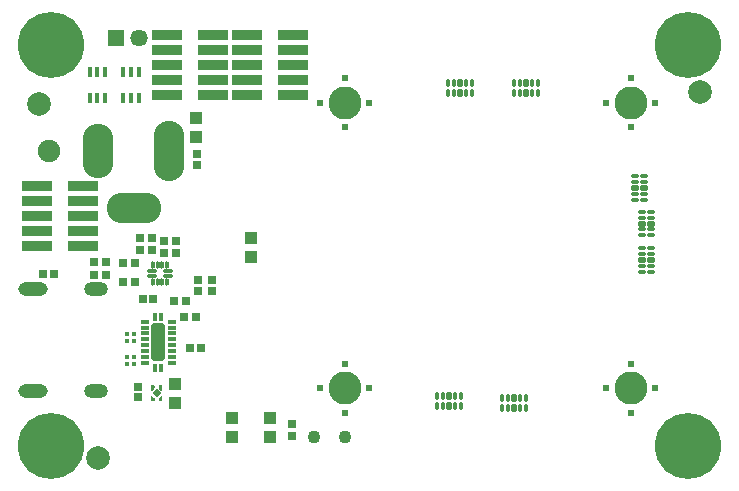
<source format=gbs>
G04*
G04 #@! TF.GenerationSoftware,Altium Limited,Altium Designer,20.0.13 (296)*
G04*
G04 Layer_Color=16711935*
%FSLAX44Y44*%
%MOMM*%
G71*
G01*
G75*
%ADD33C,1.1016*%
%ADD34R,1.1016X1.0016*%
%ADD39R,0.6516X0.7516*%
%ADD44C,2.0000*%
%ADD47C,1.4696*%
%ADD48R,1.4696X1.4696*%
%ADD50C,5.6016*%
%ADD51O,2.0000X1.2000*%
%ADD52O,2.5000X1.2000*%
%ADD53C,1.9016*%
%ADD54O,2.6000X4.6000*%
%ADD55O,2.6000X5.1000*%
%ADD56O,4.6000X2.6000*%
%ADD57C,0.6096*%
%ADD96R,0.1500X0.1500*%
%ADD97R,0.1500X0.1500*%
%ADD103R,0.4516X0.9516*%
%ADD104R,0.7216X0.7216*%
G04:AMPARAMS|DCode=105|XSize=0.34mm|YSize=0.705mm|CornerRadius=0.12mm|HoleSize=0mm|Usage=FLASHONLY|Rotation=270.000|XOffset=0mm|YOffset=0mm|HoleType=Round|Shape=RoundedRectangle|*
%AMROUNDEDRECTD105*
21,1,0.3400,0.4650,0,0,270.0*
21,1,0.1000,0.7050,0,0,270.0*
1,1,0.2400,-0.2325,-0.0500*
1,1,0.2400,-0.2325,0.0500*
1,1,0.2400,0.2325,0.0500*
1,1,0.2400,0.2325,-0.0500*
%
%ADD105ROUNDEDRECTD105*%
G04:AMPARAMS|DCode=106|XSize=0.54mm|YSize=0.705mm|CornerRadius=0.12mm|HoleSize=0mm|Usage=FLASHONLY|Rotation=270.000|XOffset=0mm|YOffset=0mm|HoleType=Round|Shape=RoundedRectangle|*
%AMROUNDEDRECTD106*
21,1,0.5400,0.4650,0,0,270.0*
21,1,0.3000,0.7050,0,0,270.0*
1,1,0.2400,-0.2325,-0.1500*
1,1,0.2400,-0.2325,0.1500*
1,1,0.2400,0.2325,0.1500*
1,1,0.2400,0.2325,-0.1500*
%
%ADD106ROUNDEDRECTD106*%
G04:AMPARAMS|DCode=107|XSize=0.34mm|YSize=0.705mm|CornerRadius=0.12mm|HoleSize=0mm|Usage=FLASHONLY|Rotation=180.000|XOffset=0mm|YOffset=0mm|HoleType=Round|Shape=RoundedRectangle|*
%AMROUNDEDRECTD107*
21,1,0.3400,0.4650,0,0,180.0*
21,1,0.1000,0.7050,0,0,180.0*
1,1,0.2400,-0.0500,0.2325*
1,1,0.2400,0.0500,0.2325*
1,1,0.2400,0.0500,-0.2325*
1,1,0.2400,-0.0500,-0.2325*
%
%ADD107ROUNDEDRECTD107*%
G04:AMPARAMS|DCode=108|XSize=0.54mm|YSize=0.705mm|CornerRadius=0.12mm|HoleSize=0mm|Usage=FLASHONLY|Rotation=180.000|XOffset=0mm|YOffset=0mm|HoleType=Round|Shape=RoundedRectangle|*
%AMROUNDEDRECTD108*
21,1,0.5400,0.4650,0,0,180.0*
21,1,0.3000,0.7050,0,0,180.0*
1,1,0.2400,-0.1500,0.2325*
1,1,0.2400,0.1500,0.2325*
1,1,0.2400,0.1500,-0.2325*
1,1,0.2400,-0.1500,-0.2325*
%
%ADD108ROUNDEDRECTD108*%
%ADD109R,2.5016X0.8616*%
G04:AMPARAMS|DCode=110|XSize=0.3mm|YSize=0.6mm|CornerRadius=0.1mm|HoleSize=0mm|Usage=FLASHONLY|Rotation=0.000|XOffset=0mm|YOffset=0mm|HoleType=Round|Shape=RoundedRectangle|*
%AMROUNDEDRECTD110*
21,1,0.3000,0.4000,0,0,0.0*
21,1,0.1000,0.6000,0,0,0.0*
1,1,0.2000,0.0500,-0.2000*
1,1,0.2000,-0.0500,-0.2000*
1,1,0.2000,-0.0500,0.2000*
1,1,0.2000,0.0500,0.2000*
%
%ADD110ROUNDEDRECTD110*%
G04:AMPARAMS|DCode=111|XSize=0.3mm|YSize=0.8mm|CornerRadius=0.1mm|HoleSize=0mm|Usage=FLASHONLY|Rotation=90.000|XOffset=0mm|YOffset=0mm|HoleType=Round|Shape=RoundedRectangle|*
%AMROUNDEDRECTD111*
21,1,0.3000,0.6000,0,0,90.0*
21,1,0.1000,0.8000,0,0,90.0*
1,1,0.2000,0.3000,0.0500*
1,1,0.2000,0.3000,-0.0500*
1,1,0.2000,-0.3000,-0.0500*
1,1,0.2000,-0.3000,0.0500*
%
%ADD111ROUNDEDRECTD111*%
G04:AMPARAMS|DCode=112|XSize=0.39mm|YSize=0.74mm|CornerRadius=0.095mm|HoleSize=0mm|Usage=FLASHONLY|Rotation=90.000|XOffset=0mm|YOffset=0mm|HoleType=Round|Shape=RoundedRectangle|*
%AMROUNDEDRECTD112*
21,1,0.3900,0.5500,0,0,90.0*
21,1,0.2000,0.7400,0,0,90.0*
1,1,0.1900,0.2750,0.1000*
1,1,0.1900,0.2750,-0.1000*
1,1,0.1900,-0.2750,-0.1000*
1,1,0.1900,-0.2750,0.1000*
%
%ADD112ROUNDEDRECTD112*%
G04:AMPARAMS|DCode=113|XSize=0.39mm|YSize=0.74mm|CornerRadius=0.095mm|HoleSize=0mm|Usage=FLASHONLY|Rotation=180.000|XOffset=0mm|YOffset=0mm|HoleType=Round|Shape=RoundedRectangle|*
%AMROUNDEDRECTD113*
21,1,0.3900,0.5500,0,0,180.0*
21,1,0.2000,0.7400,0,0,180.0*
1,1,0.1900,-0.1000,0.2750*
1,1,0.1900,0.1000,0.2750*
1,1,0.1900,0.1000,-0.2750*
1,1,0.1900,-0.1000,-0.2750*
%
%ADD113ROUNDEDRECTD113*%
G04:AMPARAMS|DCode=114|XSize=1.14mm|YSize=3.14mm|CornerRadius=0.12mm|HoleSize=0mm|Usage=FLASHONLY|Rotation=180.000|XOffset=0mm|YOffset=0mm|HoleType=Round|Shape=RoundedRectangle|*
%AMROUNDEDRECTD114*
21,1,1.1400,2.9000,0,0,180.0*
21,1,0.9000,3.1400,0,0,180.0*
1,1,0.2400,-0.4500,1.4500*
1,1,0.2400,0.4500,1.4500*
1,1,0.2400,0.4500,-1.4500*
1,1,0.2400,-0.4500,-1.4500*
%
%ADD114ROUNDEDRECTD114*%
%ADD115P,0.8202X4X90.0*%
%ADD116R,0.7516X0.6516*%
%ADD117R,0.4616X0.4216*%
%ADD118R,0.7216X0.7216*%
%ADD119C,2.8000*%
G36*
X115789Y72894D02*
X115798Y72893D01*
X115892Y72864D01*
X115979Y72818D01*
X116021Y72783D01*
X116055Y72755D01*
X116055Y72755D01*
X117855Y70955D01*
X117918Y70879D01*
X117964Y70792D01*
X117971Y70770D01*
X117993Y70698D01*
X117998Y70649D01*
X118003Y70600D01*
X118002Y70600D01*
Y68800D01*
X117993Y68702D01*
X117964Y68608D01*
X117918Y68521D01*
X117855Y68445D01*
X117779Y68382D01*
X117692Y68336D01*
X117598Y68307D01*
X117500Y68298D01*
X115400D01*
X115302Y68307D01*
X115208Y68336D01*
X115121Y68382D01*
X115045Y68445D01*
X114982Y68521D01*
X114936Y68608D01*
X114907Y68702D01*
X114898Y68800D01*
Y72400D01*
X114907Y72498D01*
X114936Y72592D01*
X114982Y72679D01*
X115045Y72755D01*
X115121Y72818D01*
X115208Y72864D01*
X115302Y72893D01*
X115400Y72902D01*
X115700D01*
X115700Y72902D01*
X115789Y72894D01*
D02*
G37*
G36*
X123700Y72902D02*
X124000D01*
X124098Y72893D01*
X124192Y72864D01*
X124279Y72818D01*
X124355Y72755D01*
X124418Y72679D01*
X124464Y72592D01*
X124493Y72498D01*
X124502Y72400D01*
Y68800D01*
X124493Y68702D01*
X124464Y68608D01*
X124418Y68521D01*
X124355Y68445D01*
X124279Y68382D01*
X124192Y68336D01*
X124098Y68307D01*
X124000Y68298D01*
X121900D01*
X121802Y68307D01*
X121708Y68336D01*
X121621Y68382D01*
X121545Y68445D01*
X121482Y68521D01*
X121436Y68608D01*
X121407Y68702D01*
X121398Y68800D01*
Y70600D01*
X121398Y70600D01*
X121403Y70649D01*
X121407Y70698D01*
X121429Y70770D01*
X121436Y70792D01*
X121482Y70879D01*
X121545Y70955D01*
X123345Y72755D01*
X123345Y72755D01*
X123379Y72783D01*
X123421Y72818D01*
X123508Y72864D01*
X123602Y72893D01*
X123611Y72894D01*
X123700Y72902D01*
X123700Y72902D01*
D02*
G37*
G36*
X117598Y81493D02*
X117692Y81464D01*
X117779Y81418D01*
X117855Y81355D01*
X117918Y81279D01*
X117964Y81192D01*
X117993Y81098D01*
X118002Y81000D01*
Y79200D01*
X118003Y79200D01*
X117998Y79151D01*
X117993Y79102D01*
X117971Y79030D01*
X117964Y79008D01*
X117918Y78921D01*
X117886Y78883D01*
X117855Y78845D01*
X117855Y78845D01*
X116055Y77045D01*
X116055Y77045D01*
X115979Y76982D01*
X115892Y76936D01*
X115870Y76929D01*
X115798Y76907D01*
X115700Y76898D01*
X115400D01*
X115302Y76907D01*
X115208Y76936D01*
X115121Y76982D01*
X115045Y77045D01*
X114982Y77121D01*
X114936Y77208D01*
X114907Y77302D01*
X114898Y77400D01*
Y81000D01*
X114907Y81098D01*
X114936Y81192D01*
X114982Y81279D01*
X115045Y81355D01*
X115121Y81418D01*
X115208Y81464D01*
X115302Y81493D01*
X115400Y81502D01*
X117500D01*
X117598Y81493D01*
D02*
G37*
G36*
X124098D02*
X124192Y81464D01*
X124279Y81418D01*
X124355Y81355D01*
X124418Y81279D01*
X124464Y81192D01*
X124493Y81098D01*
X124502Y81000D01*
Y77400D01*
X124493Y77302D01*
X124464Y77208D01*
X124418Y77121D01*
X124355Y77045D01*
X124279Y76982D01*
X124192Y76936D01*
X124098Y76907D01*
X124000Y76898D01*
X123700D01*
X123602Y76907D01*
X123530Y76929D01*
X123508Y76936D01*
X123421Y76982D01*
X123345Y77045D01*
X123345Y77045D01*
X121545Y78845D01*
X121545Y78845D01*
X121514Y78883D01*
X121482Y78921D01*
X121436Y79008D01*
X121429Y79030D01*
X121407Y79102D01*
X121402Y79151D01*
X121398Y79200D01*
X121398Y79200D01*
Y81000D01*
X121407Y81098D01*
X121436Y81192D01*
X121482Y81279D01*
X121545Y81355D01*
X121621Y81418D01*
X121708Y81464D01*
X121802Y81493D01*
X121900Y81502D01*
X124000D01*
X124098Y81493D01*
D02*
G37*
D33*
X279071Y37846D02*
D03*
X252730D02*
D03*
D34*
X183326Y37712D02*
D03*
Y53712D02*
D03*
X215326Y37712D02*
D03*
Y53712D02*
D03*
X200000Y206000D02*
D03*
Y190000D02*
D03*
X135000Y83000D02*
D03*
Y67000D02*
D03*
X153000Y307500D02*
D03*
Y291500D02*
D03*
D39*
X67000Y186000D02*
D03*
X77000D02*
D03*
X67000Y175000D02*
D03*
X77000D02*
D03*
X101000Y185000D02*
D03*
X91000D02*
D03*
X101000Y169000D02*
D03*
X91000D02*
D03*
X144501Y153249D02*
D03*
X134501D02*
D03*
X153000Y139000D02*
D03*
X143000D02*
D03*
D44*
X70000Y20000D02*
D03*
X20000Y320000D02*
D03*
X580000Y330000D02*
D03*
D47*
X105000Y375500D02*
D03*
D48*
X85000D02*
D03*
D50*
X570000Y370000D02*
D03*
Y30000D02*
D03*
X30000Y370000D02*
D03*
Y30000D02*
D03*
D51*
X68400Y163200D02*
D03*
Y76800D02*
D03*
D52*
X14800Y163200D02*
D03*
Y76800D02*
D03*
D53*
X28500Y280000D02*
D03*
D54*
X70250Y280000D02*
D03*
D55*
X130250Y280000D02*
D03*
D56*
X100500Y231750D02*
D03*
D57*
X541750Y79000D02*
D03*
X500250D02*
D03*
X521000Y58250D02*
D03*
Y99750D02*
D03*
X299750Y79000D02*
D03*
X258250D02*
D03*
X279000Y58250D02*
D03*
Y99750D02*
D03*
X541750Y321000D02*
D03*
X500250D02*
D03*
X521000Y300250D02*
D03*
Y341750D02*
D03*
X299750Y321000D02*
D03*
X258250D02*
D03*
X279000Y300250D02*
D03*
Y341750D02*
D03*
D96*
X123000Y80000D02*
D03*
D97*
X116400D02*
D03*
X123000Y69800D02*
D03*
X116400D02*
D03*
D103*
X76000Y346802D02*
D03*
X69500D02*
D03*
X63000D02*
D03*
Y324803D02*
D03*
X69500D02*
D03*
X76000D02*
D03*
X104501D02*
D03*
X98001D02*
D03*
X91501D02*
D03*
Y346802D02*
D03*
X98001D02*
D03*
X104501D02*
D03*
D104*
X154000Y268024D02*
D03*
Y277024D02*
D03*
X167000Y161500D02*
D03*
Y170500D02*
D03*
X103700Y71400D02*
D03*
Y80400D02*
D03*
D105*
X530325Y197594D02*
D03*
Y192594D02*
D03*
Y182594D02*
D03*
Y177594D02*
D03*
X538675D02*
D03*
Y182594D02*
D03*
Y192594D02*
D03*
Y197594D02*
D03*
X532675Y258500D02*
D03*
Y253500D02*
D03*
Y243500D02*
D03*
Y238500D02*
D03*
X524325D02*
D03*
Y243500D02*
D03*
Y253500D02*
D03*
Y258500D02*
D03*
X530325Y228500D02*
D03*
Y223500D02*
D03*
Y213500D02*
D03*
Y208500D02*
D03*
X538675D02*
D03*
Y213500D02*
D03*
Y223500D02*
D03*
Y228500D02*
D03*
D106*
X530325Y187594D02*
D03*
X538675D02*
D03*
X532675Y248500D02*
D03*
X524325D02*
D03*
X530325Y218500D02*
D03*
X538675D02*
D03*
D107*
X377500Y72738D02*
D03*
X372500D02*
D03*
X362500D02*
D03*
X357500D02*
D03*
Y64388D02*
D03*
X362500D02*
D03*
X372500D02*
D03*
X377500D02*
D03*
X432500Y70413D02*
D03*
X427500D02*
D03*
X417500D02*
D03*
X412500D02*
D03*
Y62063D02*
D03*
X417500D02*
D03*
X427500D02*
D03*
X432500D02*
D03*
X422500Y328969D02*
D03*
X427500D02*
D03*
X437500D02*
D03*
X442500D02*
D03*
Y337319D02*
D03*
X437500D02*
D03*
X427500D02*
D03*
X422500D02*
D03*
X366450Y328969D02*
D03*
X371450D02*
D03*
X381450D02*
D03*
X386450D02*
D03*
Y337319D02*
D03*
X381450D02*
D03*
X371450D02*
D03*
X366450D02*
D03*
D108*
X367500Y72738D02*
D03*
Y64388D02*
D03*
X422500Y70413D02*
D03*
Y62063D02*
D03*
X432500Y328969D02*
D03*
Y337319D02*
D03*
X376450Y328969D02*
D03*
Y337319D02*
D03*
D109*
X57500Y250400D02*
D03*
Y237700D02*
D03*
Y225000D02*
D03*
Y212300D02*
D03*
Y199600D02*
D03*
X18500Y250400D02*
D03*
Y237700D02*
D03*
Y225000D02*
D03*
Y212300D02*
D03*
Y199600D02*
D03*
X128500Y327600D02*
D03*
Y340300D02*
D03*
Y353000D02*
D03*
Y365700D02*
D03*
Y378400D02*
D03*
X167500Y327600D02*
D03*
Y340300D02*
D03*
Y353000D02*
D03*
Y365700D02*
D03*
Y378400D02*
D03*
X196500Y327600D02*
D03*
Y340300D02*
D03*
Y353000D02*
D03*
Y365700D02*
D03*
Y378400D02*
D03*
X235500Y327600D02*
D03*
Y340300D02*
D03*
Y353000D02*
D03*
Y365700D02*
D03*
Y378400D02*
D03*
D110*
X116502Y168748D02*
D03*
X120502D02*
D03*
X124502D02*
D03*
X128502D02*
D03*
Y183748D02*
D03*
X124502D02*
D03*
X120502D02*
D03*
X116502D02*
D03*
D111*
X129002Y174249D02*
D03*
Y178249D02*
D03*
X116002D02*
D03*
Y174249D02*
D03*
D112*
X109500Y130500D02*
D03*
Y135500D02*
D03*
Y110500D02*
D03*
Y115500D02*
D03*
Y120500D02*
D03*
Y125500D02*
D03*
Y100500D02*
D03*
Y105500D02*
D03*
X132500Y100500D02*
D03*
Y115500D02*
D03*
Y120500D02*
D03*
Y135500D02*
D03*
Y110500D02*
D03*
Y105500D02*
D03*
Y130500D02*
D03*
Y125500D02*
D03*
D113*
X123500Y139500D02*
D03*
X118500D02*
D03*
Y96500D02*
D03*
X123500D02*
D03*
D114*
X121000Y118000D02*
D03*
D115*
X119700Y74900D02*
D03*
D116*
X136000Y194000D02*
D03*
Y204000D02*
D03*
X126000Y194000D02*
D03*
Y204000D02*
D03*
X155000Y171000D02*
D03*
Y161000D02*
D03*
X115501Y206499D02*
D03*
Y196499D02*
D03*
X105501Y206499D02*
D03*
Y196499D02*
D03*
X234316Y38680D02*
D03*
Y48680D02*
D03*
D117*
X100301Y99249D02*
D03*
X94701D02*
D03*
X100301Y105249D02*
D03*
X94701D02*
D03*
X100301Y119249D02*
D03*
X94701D02*
D03*
X100301Y125249D02*
D03*
X94701D02*
D03*
D118*
X23694Y175768D02*
D03*
X32694D02*
D03*
X117001Y154249D02*
D03*
X108001D02*
D03*
X157336Y113538D02*
D03*
X148336D02*
D03*
D119*
X521000Y79000D02*
D03*
X279000D02*
D03*
X521000Y321000D02*
D03*
X279000D02*
D03*
M02*

</source>
